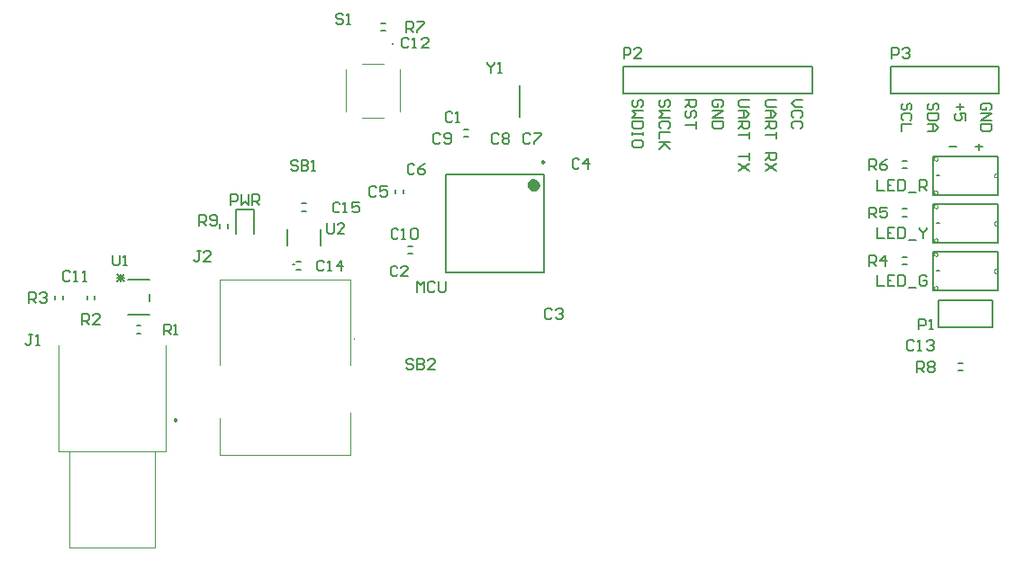
<source format=gto>
G04*
G04 #@! TF.GenerationSoftware,Altium Limited,Altium Designer,22.11.1 (43)*
G04*
G04 Layer_Color=65535*
%FSLAX25Y25*%
%MOIN*%
G70*
G04*
G04 #@! TF.SameCoordinates,20756010-ACC5-4C0E-8554-74307577B851*
G04*
G04*
G04 #@! TF.FilePolarity,Positive*
G04*
G01*
G75*
%ADD10C,0.01181*%
%ADD11C,0.00787*%
%ADD12C,0.00394*%
%ADD13C,0.00984*%
%ADD14C,0.02362*%
%ADD15C,0.00500*%
%ADD16C,0.00600*%
%ADD17C,0.00669*%
%ADD18C,0.00709*%
D10*
X76772Y13780D02*
Y13386D01*
Y13780D01*
D11*
X359173Y104527D02*
X358386D01*
X359173D01*
Y86811D02*
X358386D01*
X359173D01*
Y69095D02*
X358386D01*
X359173D01*
X120669Y71260D02*
X119882D01*
X120669D01*
X157087Y153543D02*
Y153150D01*
Y153543D01*
Y153150D01*
X162598Y75394D02*
X164173D01*
X162598Y78150D02*
X164173D01*
X95866Y84842D02*
Y86417D01*
X93110Y84842D02*
Y86417D01*
X62205Y45866D02*
X63779D01*
X62205Y48622D02*
X63779D01*
X46654Y58268D02*
Y59842D01*
X43898Y58268D02*
Y59842D01*
X32087Y58268D02*
Y59842D01*
X34843Y58268D02*
Y59842D01*
X160827Y97638D02*
Y99213D01*
X158071Y97638D02*
Y99213D01*
X366339Y32087D02*
X367913D01*
X366339Y34843D02*
X367913D01*
X379016Y48150D02*
Y58150D01*
X359016Y48150D02*
X379016D01*
X359016D02*
Y58150D01*
X379016D01*
X345669Y106890D02*
X347244D01*
X345669Y109646D02*
X347244D01*
X345669Y89173D02*
X347244D01*
X345669Y91929D02*
X347244D01*
X345669Y71457D02*
X347244D01*
X345669Y74213D02*
X347244D01*
X99114Y82677D02*
Y91732D01*
X105610D01*
Y82677D02*
Y91732D01*
X152756Y160827D02*
X154331D01*
X152756Y158071D02*
X154331D01*
X204134Y125984D02*
Y137795D01*
X381299Y134764D02*
Y144764D01*
X341299Y134764D02*
X381299D01*
X341299Y144764D02*
X381299D01*
X341299Y134764D02*
Y144764D01*
X242244Y134764D02*
X312244D01*
Y144764D01*
X242244D02*
X312244D01*
X242244Y134764D02*
Y144764D01*
X176772Y104724D02*
X212992D01*
X176772Y68504D02*
X212992D01*
Y104724D01*
X176772Y68504D02*
Y104724D01*
X123228Y91142D02*
X124803D01*
X123228Y93898D02*
X124803D01*
X121260Y69488D02*
X122835D01*
X121260Y72244D02*
X122835D01*
X183268Y118701D02*
X184843D01*
X183268Y121457D02*
X184843D01*
D12*
X358681Y98130D02*
X358137Y98879D01*
X357257Y98593D01*
Y97667D01*
X358137Y97381D01*
X358681Y98130D01*
Y110531D02*
X358137Y111280D01*
X357257Y110994D01*
Y110069D01*
X358137Y109783D01*
X358681Y110531D01*
X380925Y104331D02*
X380381Y105080D01*
X379501Y104794D01*
Y103868D01*
X380381Y103582D01*
X380925Y104331D01*
X358681Y80413D02*
X358137Y81162D01*
X357257Y80876D01*
Y79951D01*
X358137Y79664D01*
X358681Y80413D01*
Y92815D02*
X358137Y93564D01*
X357257Y93278D01*
Y92352D01*
X358137Y92066D01*
X358681Y92815D01*
X380925Y86614D02*
X380381Y87363D01*
X379501Y87077D01*
Y86151D01*
X380381Y85865D01*
X380925Y86614D01*
X358681Y62697D02*
X358137Y63446D01*
X357257Y63160D01*
Y62234D01*
X358137Y61948D01*
X358681Y62697D01*
Y75098D02*
X358137Y75847D01*
X357257Y75561D01*
Y74636D01*
X358137Y74350D01*
X358681Y75098D01*
X380925Y68898D02*
X380381Y69647D01*
X379501Y69361D01*
Y68435D01*
X380381Y68149D01*
X380925Y68898D01*
X142717Y43661D02*
Y44055D01*
Y43661D01*
X33465Y1969D02*
Y41339D01*
Y1969D02*
X72835D01*
Y41339D01*
X37402Y-33465D02*
Y1969D01*
Y-33465D02*
X68898D01*
Y1969D01*
X93110Y748D02*
Y14527D01*
Y748D02*
X141142D01*
Y16496D01*
X93110Y34213D02*
Y65709D01*
X141142D01*
Y34213D02*
Y65709D01*
X145669Y145866D02*
X153543D01*
X145669Y125787D02*
X153543D01*
X159646Y127953D02*
Y143701D01*
X139567Y127953D02*
Y143701D01*
D13*
X212894Y109449D02*
X212156Y109875D01*
Y109023D01*
X212894Y109449D01*
D14*
X210236Y100787D02*
X209791Y101711D01*
X208792Y101939D01*
X207991Y101300D01*
Y100275D01*
X208792Y99636D01*
X209791Y99864D01*
X210236Y100787D01*
D15*
X381122Y97146D02*
Y111516D01*
X356909D02*
X381122D01*
X356909Y97146D02*
Y111516D01*
Y97146D02*
X381122D01*
Y79429D02*
Y93799D01*
X356909D02*
X381122D01*
X356909Y79429D02*
Y93799D01*
Y79429D02*
X381122D01*
Y61713D02*
Y76083D01*
X356909D02*
X381122D01*
X356909Y61713D02*
Y76083D01*
Y61713D02*
X381122D01*
X130157Y78327D02*
Y84232D01*
X117874Y78327D02*
Y84232D01*
D16*
X59042Y52555D02*
X66942D01*
Y57625D02*
Y60485D01*
X59042Y65555D02*
X66942D01*
D17*
X159122Y83989D02*
X158466Y84645D01*
X157154D01*
X156498Y83989D01*
Y81365D01*
X157154Y80709D01*
X158466D01*
X159122Y81365D01*
X160433Y80709D02*
X161745D01*
X161089D01*
Y84645D01*
X160433Y83989D01*
X163713D02*
X164369Y84645D01*
X165681D01*
X166337Y83989D01*
Y81365D01*
X165681Y80709D01*
X164369D01*
X163713Y81365D01*
Y83989D01*
X215880Y54461D02*
X215224Y55117D01*
X213912D01*
X213256Y54461D01*
Y51838D01*
X213912Y51182D01*
X215224D01*
X215880Y51838D01*
X217191Y54461D02*
X217847Y55117D01*
X219159D01*
X219815Y54461D01*
Y53806D01*
X219159Y53150D01*
X218503D01*
X219159D01*
X219815Y52494D01*
Y51838D01*
X219159Y51182D01*
X217847D01*
X217191Y51838D01*
X164699Y35761D02*
X164043Y36417D01*
X162731D01*
X162075Y35761D01*
Y35105D01*
X162731Y34449D01*
X164043D01*
X164699Y33793D01*
Y33137D01*
X164043Y32481D01*
X162731D01*
X162075Y33137D01*
X166011Y36417D02*
Y32481D01*
X167979D01*
X168635Y33137D01*
Y33793D01*
X167979Y34449D01*
X166011D01*
X167979D01*
X168635Y35105D01*
Y35761D01*
X167979Y36417D01*
X166011D01*
X172571Y32481D02*
X169947D01*
X172571Y35105D01*
Y35761D01*
X171915Y36417D01*
X170603D01*
X169947Y35761D01*
X85303Y85631D02*
Y89566D01*
X87271D01*
X87927Y88910D01*
Y87598D01*
X87271Y86942D01*
X85303D01*
X86615D02*
X87927Y85631D01*
X89239Y86286D02*
X89895Y85631D01*
X91207D01*
X91862Y86286D01*
Y88910D01*
X91207Y89566D01*
X89895D01*
X89239Y88910D01*
Y88254D01*
X89895Y87598D01*
X91862D01*
X72179Y45276D02*
Y49212D01*
X74147D01*
X74803Y48556D01*
Y47244D01*
X74147Y46588D01*
X72179D01*
X73491D02*
X74803Y45276D01*
X76115D02*
X77427D01*
X76771D01*
Y49212D01*
X76115Y48556D01*
X23622Y45275D02*
X22310D01*
X22966D01*
Y41995D01*
X22310Y41339D01*
X21654D01*
X20998Y41995D01*
X24934Y41339D02*
X26246D01*
X25590D01*
Y45275D01*
X24934Y44619D01*
X41996Y49213D02*
Y53149D01*
X43964D01*
X44620Y52493D01*
Y51181D01*
X43964Y50525D01*
X41996D01*
X43308D02*
X44620Y49213D01*
X48555D02*
X45932D01*
X48555Y51837D01*
Y52493D01*
X47899Y53149D01*
X46587D01*
X45932Y52493D01*
X37730Y68241D02*
X37074Y68897D01*
X35762D01*
X35106Y68241D01*
Y65617D01*
X35762Y64961D01*
X37074D01*
X37730Y65617D01*
X39042Y64961D02*
X40354D01*
X39698D01*
Y68897D01*
X39042Y68241D01*
X42322Y64961D02*
X43634D01*
X42978D01*
Y68897D01*
X42322Y68241D01*
X22311Y57087D02*
Y61023D01*
X24279D01*
X24935Y60367D01*
Y59055D01*
X24279Y58399D01*
X22311D01*
X23623D02*
X24935Y57087D01*
X26247Y60367D02*
X26902Y61023D01*
X28214D01*
X28870Y60367D01*
Y59711D01*
X28214Y59055D01*
X27558D01*
X28214D01*
X28870Y58399D01*
Y57743D01*
X28214Y57087D01*
X26902D01*
X26247Y57743D01*
X163058Y154855D02*
X162402Y155511D01*
X161091D01*
X160435Y154855D01*
Y152231D01*
X161091Y151575D01*
X162402D01*
X163058Y152231D01*
X164370Y151575D02*
X165682D01*
X165026D01*
Y155511D01*
X164370Y154855D01*
X170274Y151575D02*
X167650D01*
X170274Y154199D01*
Y154855D01*
X169618Y155511D01*
X168306D01*
X167650Y154855D01*
X150919Y99737D02*
X150263Y100393D01*
X148951D01*
X148295Y99737D01*
Y97113D01*
X148951Y96457D01*
X150263D01*
X150919Y97113D01*
X154855Y100393D02*
X152231D01*
Y98425D01*
X153543Y99081D01*
X154199D01*
X154855Y98425D01*
Y97113D01*
X154199Y96457D01*
X152887D01*
X152231Y97113D01*
X351051Y31497D02*
Y35432D01*
X353019D01*
X353675Y34776D01*
Y33465D01*
X353019Y32809D01*
X351051D01*
X352363D02*
X353675Y31497D01*
X354987Y34776D02*
X355643Y35432D01*
X356955D01*
X357611Y34776D01*
Y34121D01*
X356955Y33465D01*
X357611Y32809D01*
Y32153D01*
X356955Y31497D01*
X355643D01*
X354987Y32153D01*
Y32809D01*
X355643Y33465D01*
X354987Y34121D01*
Y34776D01*
X355643Y33465D02*
X356955D01*
X350066Y42650D02*
X349410Y43306D01*
X348098D01*
X347443Y42650D01*
Y40027D01*
X348098Y39371D01*
X349410D01*
X350066Y40027D01*
X351378Y39371D02*
X352690D01*
X352034D01*
Y43306D01*
X351378Y42650D01*
X354658D02*
X355314Y43306D01*
X356626D01*
X357282Y42650D01*
Y41995D01*
X356626Y41339D01*
X355970D01*
X356626D01*
X357282Y40683D01*
Y40027D01*
X356626Y39371D01*
X355314D01*
X354658Y40027D01*
X351707Y47245D02*
Y51180D01*
X353675D01*
X354331Y50524D01*
Y49213D01*
X353675Y48557D01*
X351707D01*
X355643Y47245D02*
X356955D01*
X356299D01*
Y51180D01*
X355643Y50524D01*
X333334Y106300D02*
Y110236D01*
X335302D01*
X335958Y109580D01*
Y108268D01*
X335302Y107612D01*
X333334D01*
X334646D02*
X335958Y106300D01*
X339894Y110236D02*
X338582Y109580D01*
X337270Y108268D01*
Y106956D01*
X337926Y106300D01*
X339238D01*
X339894Y106956D01*
Y107612D01*
X339238Y108268D01*
X337270D01*
X336210Y102690D02*
Y98754D01*
X338834D01*
X342770Y102690D02*
X340146D01*
Y98754D01*
X342770D01*
X340146Y100722D02*
X341458D01*
X344082Y102690D02*
Y98754D01*
X346050D01*
X346706Y99410D01*
Y102034D01*
X346050Y102690D01*
X344082D01*
X348018Y98098D02*
X350641D01*
X351953Y98754D02*
Y102690D01*
X353921D01*
X354577Y102034D01*
Y100722D01*
X353921Y100066D01*
X351953D01*
X353265D02*
X354577Y98754D01*
X333334Y88583D02*
Y92519D01*
X335302D01*
X335958Y91863D01*
Y90551D01*
X335302Y89895D01*
X333334D01*
X334646D02*
X335958Y88583D01*
X339894Y92519D02*
X337270D01*
Y90551D01*
X338582Y91207D01*
X339238D01*
X339894Y90551D01*
Y89239D01*
X339238Y88583D01*
X337926D01*
X337270Y89239D01*
X336210Y84973D02*
Y81037D01*
X338834D01*
X342770Y84973D02*
X340146D01*
Y81037D01*
X342770D01*
X340146Y83005D02*
X341458D01*
X344082Y84973D02*
Y81037D01*
X346050D01*
X346706Y81693D01*
Y84317D01*
X346050Y84973D01*
X344082D01*
X348018Y80381D02*
X350641D01*
X351953Y84973D02*
Y84317D01*
X353265Y83005D01*
X354577Y84317D01*
Y84973D01*
X353265Y83005D02*
Y81037D01*
X333334Y70867D02*
Y74803D01*
X335302D01*
X335958Y74147D01*
Y72835D01*
X335302Y72179D01*
X333334D01*
X334646D02*
X335958Y70867D01*
X339238D02*
Y74803D01*
X337270Y72835D01*
X339894D01*
X336210Y67256D02*
Y63321D01*
X338834D01*
X342770Y67256D02*
X340146D01*
Y63321D01*
X342770D01*
X340146Y65289D02*
X341458D01*
X344082Y67256D02*
Y63321D01*
X346050D01*
X346706Y63977D01*
Y66601D01*
X346050Y67256D01*
X344082D01*
X348018Y62665D02*
X350641D01*
X354577Y66601D02*
X353921Y67256D01*
X352609D01*
X351953Y66601D01*
Y63977D01*
X352609Y63321D01*
X353921D01*
X354577Y63977D01*
Y65289D01*
X353265D01*
X97114Y93505D02*
Y97440D01*
X99082D01*
X99738Y96784D01*
Y95473D01*
X99082Y94816D01*
X97114D01*
X101050Y97440D02*
Y93505D01*
X102362Y94816D01*
X103674Y93505D01*
Y97440D01*
X104986Y93505D02*
Y97440D01*
X106954D01*
X107610Y96784D01*
Y95473D01*
X106954Y94816D01*
X104986D01*
X106298D02*
X107610Y93505D01*
X132547Y86614D02*
Y83334D01*
X133203Y82678D01*
X134515D01*
X135171Y83334D01*
Y86614D01*
X139107Y82678D02*
X136483D01*
X139107Y85302D01*
Y85958D01*
X138451Y86614D01*
X137139D01*
X136483Y85958D01*
X121824Y109480D02*
X121168Y110136D01*
X119856D01*
X119200Y109480D01*
Y108824D01*
X119856Y108168D01*
X121168D01*
X121824Y107512D01*
Y106856D01*
X121168Y106200D01*
X119856D01*
X119200Y106856D01*
X123136Y110136D02*
Y106200D01*
X125104D01*
X125760Y106856D01*
Y107512D01*
X125104Y108168D01*
X123136D01*
X125104D01*
X125760Y108824D01*
Y109480D01*
X125104Y110136D01*
X123136D01*
X127071Y106200D02*
X128383D01*
X127727D01*
Y110136D01*
X127071Y109480D01*
X162074Y157481D02*
Y161417D01*
X164042D01*
X164698Y160761D01*
Y159449D01*
X164042Y158793D01*
X162074D01*
X163386D02*
X164698Y157481D01*
X166010Y161417D02*
X168634D01*
Y160761D01*
X166010Y158137D01*
Y157481D01*
X85814Y76436D02*
X84503D01*
X85158D01*
Y73156D01*
X84503Y72500D01*
X83846D01*
X83191Y73156D01*
X89750Y72500D02*
X87126D01*
X89750Y75124D01*
Y75780D01*
X89094Y76436D01*
X87782D01*
X87126Y75780D01*
X191991Y146236D02*
Y145580D01*
X193303Y144268D01*
X194614Y145580D01*
Y146236D01*
X193303Y144268D02*
Y142300D01*
X195926D02*
X197238D01*
X196582D01*
Y146236D01*
X195926Y145580D01*
X53300Y74836D02*
Y71556D01*
X53956Y70900D01*
X55268D01*
X55924Y71556D01*
Y74836D01*
X57236Y70900D02*
X58548D01*
X57892D01*
Y74836D01*
X57236Y74180D01*
X54967Y67575D02*
X57591Y64951D01*
X54967D02*
X57591Y67575D01*
X54967Y66263D02*
X57591D01*
X56279Y64951D02*
Y67575D01*
X138724Y163580D02*
X138068Y164236D01*
X136756D01*
X136100Y163580D01*
Y162924D01*
X136756Y162268D01*
X138068D01*
X138724Y161612D01*
Y160956D01*
X138068Y160300D01*
X136756D01*
X136100Y160956D01*
X140036Y160300D02*
X141348D01*
X140692D01*
Y164236D01*
X140036Y163580D01*
X341600Y147800D02*
Y151736D01*
X343568D01*
X344224Y151080D01*
Y149768D01*
X343568Y149112D01*
X341600D01*
X345536Y151080D02*
X346192Y151736D01*
X347504D01*
X348160Y151080D01*
Y150424D01*
X347504Y149768D01*
X346848D01*
X347504D01*
X348160Y149112D01*
Y148456D01*
X347504Y147800D01*
X346192D01*
X345536Y148456D01*
X242500Y147820D02*
Y151756D01*
X244468D01*
X245124Y151100D01*
Y149788D01*
X244468Y149132D01*
X242500D01*
X249060Y147820D02*
X246436D01*
X249060Y150444D01*
Y151100D01*
X248404Y151756D01*
X247092D01*
X246436Y151100D01*
X166012Y61024D02*
Y64960D01*
X167324Y63648D01*
X168636Y64960D01*
Y61024D01*
X172572Y64304D02*
X171916Y64960D01*
X170604D01*
X169948Y64304D01*
Y61680D01*
X170604Y61024D01*
X171916D01*
X172572Y61680D01*
X173884Y64960D02*
Y61680D01*
X174540Y61024D01*
X175852D01*
X176507Y61680D01*
Y64960D01*
X137468Y93832D02*
X136812Y94488D01*
X135500D01*
X134844Y93832D01*
Y91208D01*
X135500Y90552D01*
X136812D01*
X137468Y91208D01*
X138780Y90552D02*
X140092D01*
X139436D01*
Y94488D01*
X138780Y93832D01*
X144683Y94488D02*
X142060D01*
Y92520D01*
X143371Y93176D01*
X144027D01*
X144683Y92520D01*
Y91208D01*
X144027Y90552D01*
X142716D01*
X142060Y91208D01*
X131562Y72178D02*
X130906Y72834D01*
X129595D01*
X128939Y72178D01*
Y69554D01*
X129595Y68898D01*
X130906D01*
X131562Y69554D01*
X132874Y68898D02*
X134186D01*
X133530D01*
Y72834D01*
X132874Y72178D01*
X138122Y68898D02*
Y72834D01*
X136154Y70866D01*
X138778D01*
X174541Y119422D02*
X173885Y120078D01*
X172573D01*
X171917Y119422D01*
Y116798D01*
X172573Y116142D01*
X173885D01*
X174541Y116798D01*
X175853D02*
X176509Y116142D01*
X177821D01*
X178477Y116798D01*
Y119422D01*
X177821Y120078D01*
X176509D01*
X175853Y119422D01*
Y118766D01*
X176509Y118110D01*
X178477D01*
X196194Y119422D02*
X195538Y120078D01*
X194227D01*
X193571Y119422D01*
Y116798D01*
X194227Y116142D01*
X195538D01*
X196194Y116798D01*
X197506Y119422D02*
X198162Y120078D01*
X199474D01*
X200130Y119422D01*
Y118766D01*
X199474Y118110D01*
X200130Y117454D01*
Y116798D01*
X199474Y116142D01*
X198162D01*
X197506Y116798D01*
Y117454D01*
X198162Y118110D01*
X197506Y118766D01*
Y119422D01*
X198162Y118110D02*
X199474D01*
X208005Y119422D02*
X207349Y120078D01*
X206038D01*
X205382Y119422D01*
Y116798D01*
X206038Y116142D01*
X207349D01*
X208005Y116798D01*
X209317Y120078D02*
X211941D01*
Y119422D01*
X209317Y116798D01*
Y116142D01*
X165114Y108080D02*
X164458Y108736D01*
X163146D01*
X162491Y108080D01*
Y105456D01*
X163146Y104800D01*
X164458D01*
X165114Y105456D01*
X169050Y108736D02*
X167738Y108080D01*
X166426Y106768D01*
Y105456D01*
X167082Y104800D01*
X168394D01*
X169050Y105456D01*
Y106112D01*
X168394Y106768D01*
X166426D01*
X226114Y110080D02*
X225458Y110736D01*
X224147D01*
X223491Y110080D01*
Y107456D01*
X224147Y106800D01*
X225458D01*
X226114Y107456D01*
X229394Y106800D02*
Y110736D01*
X227426Y108768D01*
X230050D01*
X158793Y70210D02*
X158137Y70865D01*
X156825D01*
X156169Y70210D01*
Y67586D01*
X156825Y66930D01*
X158137D01*
X158793Y67586D01*
X162729Y66930D02*
X160105D01*
X162729Y69554D01*
Y70210D01*
X162073Y70865D01*
X160761D01*
X160105Y70210D01*
X179134Y127296D02*
X178478Y127952D01*
X177166D01*
X176510Y127296D01*
Y124672D01*
X177166Y124016D01*
X178478D01*
X179134Y124672D01*
X180446Y124016D02*
X181758D01*
X181102D01*
Y127952D01*
X180446Y127296D01*
D18*
X249002Y129712D02*
X249658Y130368D01*
Y131679D01*
X249002Y132335D01*
X248346D01*
X247690Y131679D01*
Y130368D01*
X247034Y129712D01*
X246378D01*
X245723Y130368D01*
Y131679D01*
X246378Y132335D01*
X249658Y128400D02*
X245723D01*
X247034Y127088D01*
X245723Y125776D01*
X249658D01*
Y124464D02*
X245723D01*
Y122496D01*
X246378Y121840D01*
X249002D01*
X249658Y122496D01*
Y124464D01*
Y120528D02*
Y119216D01*
Y119872D01*
X245723D01*
Y120528D01*
Y119216D01*
X249658Y115281D02*
Y116593D01*
X249002Y117248D01*
X246378D01*
X245723Y116593D01*
Y115281D01*
X246378Y114625D01*
X249002D01*
X249658Y115281D01*
X258845Y129712D02*
X259501Y130368D01*
Y131679D01*
X258845Y132335D01*
X258189D01*
X257533Y131679D01*
Y130368D01*
X256877Y129712D01*
X256221D01*
X255565Y130368D01*
Y131679D01*
X256221Y132335D01*
X259501Y128400D02*
X255565D01*
X256877Y127088D01*
X255565Y125776D01*
X259501D01*
X258845Y121840D02*
X259501Y122496D01*
Y123808D01*
X258845Y124464D01*
X256221D01*
X255565Y123808D01*
Y122496D01*
X256221Y121840D01*
X259501Y120528D02*
X255565D01*
Y117904D01*
X259501Y116593D02*
X255565D01*
X256877D01*
X259501Y113969D01*
X257533Y115937D01*
X255565Y113969D01*
X265407Y132335D02*
X269343D01*
Y130368D01*
X268687Y129712D01*
X267375D01*
X266719Y130368D01*
Y132335D01*
Y131024D02*
X265407Y129712D01*
X268687Y125776D02*
X269343Y126432D01*
Y127744D01*
X268687Y128400D01*
X268031D01*
X267375Y127744D01*
Y126432D01*
X266719Y125776D01*
X266063D01*
X265407Y126432D01*
Y127744D01*
X266063Y128400D01*
X269343Y124464D02*
Y121840D01*
Y123152D01*
X265407D01*
X278530Y129712D02*
X279186Y130368D01*
Y131679D01*
X278530Y132335D01*
X275906D01*
X275250Y131679D01*
Y130368D01*
X275906Y129712D01*
X277218D01*
Y131024D01*
X275250Y128400D02*
X279186D01*
X275250Y125776D01*
X279186D01*
Y124464D02*
X275250D01*
Y122496D01*
X275906Y121840D01*
X278530D01*
X279186Y122496D01*
Y124464D01*
X289028Y132335D02*
X285749D01*
X285092Y131679D01*
Y130368D01*
X285749Y129712D01*
X289028D01*
X285092Y128400D02*
X287716D01*
X289028Y127088D01*
X287716Y125776D01*
X285092D01*
X287060D01*
Y128400D01*
X285092Y124464D02*
X289028D01*
Y122496D01*
X288372Y121840D01*
X287060D01*
X286404Y122496D01*
Y124464D01*
Y123152D02*
X285092Y121840D01*
X289028Y120528D02*
Y117904D01*
Y119216D01*
X285092D01*
X289028Y112657D02*
Y110033D01*
Y111345D01*
X285092D01*
X289028Y108721D02*
X285092Y106097D01*
X289028D02*
X285092Y108721D01*
X298871Y132335D02*
X295591D01*
X294935Y131679D01*
Y130368D01*
X295591Y129712D01*
X298871D01*
X294935Y128400D02*
X297559D01*
X298871Y127088D01*
X297559Y125776D01*
X294935D01*
X296903D01*
Y128400D01*
X294935Y124464D02*
X298871D01*
Y122496D01*
X298215Y121840D01*
X296903D01*
X296247Y122496D01*
Y124464D01*
Y123152D02*
X294935Y121840D01*
X298871Y120528D02*
Y117904D01*
Y119216D01*
X294935D01*
Y112657D02*
X298871D01*
Y110689D01*
X298215Y110033D01*
X296903D01*
X296247Y110689D01*
Y112657D01*
Y111345D02*
X294935Y110033D01*
X298871Y108721D02*
X294935Y106097D01*
X298871D02*
X294935Y108721D01*
X308713Y132335D02*
X306089D01*
X304778Y131024D01*
X306089Y129712D01*
X308713D01*
X308057Y125776D02*
X308713Y126432D01*
Y127744D01*
X308057Y128400D01*
X305434D01*
X304778Y127744D01*
Y126432D01*
X305434Y125776D01*
X308057Y121840D02*
X308713Y122496D01*
Y123808D01*
X308057Y124464D01*
X305434D01*
X304778Y123808D01*
Y122496D01*
X305434Y121840D01*
X372756Y114882D02*
X375380D01*
X374068Y116194D02*
Y113570D01*
X362913Y114882D02*
X365537D01*
X348477Y128557D02*
X349133Y129213D01*
Y130525D01*
X348477Y131181D01*
X347821D01*
X347165Y130525D01*
Y129213D01*
X346509Y128557D01*
X345853D01*
X345197Y129213D01*
Y130525D01*
X345853Y131181D01*
X348477Y124621D02*
X349133Y125277D01*
Y126589D01*
X348477Y127245D01*
X345853D01*
X345197Y126589D01*
Y125277D01*
X345853Y124621D01*
X349133Y123310D02*
X345197D01*
Y120686D01*
X358319Y128557D02*
X358975Y129213D01*
Y130525D01*
X358319Y131181D01*
X357663D01*
X357007Y130525D01*
Y129213D01*
X356351Y128557D01*
X355695D01*
X355039Y129213D01*
Y130525D01*
X355695Y131181D01*
X358975Y127245D02*
X355039D01*
Y125277D01*
X355695Y124621D01*
X358319D01*
X358975Y125277D01*
Y127245D01*
X355039Y123310D02*
X357663D01*
X358975Y121998D01*
X357663Y120686D01*
X355039D01*
X357007D01*
Y123310D01*
X366850Y131181D02*
Y128557D01*
X368162Y129869D02*
X365538D01*
X368818Y124621D02*
Y127245D01*
X366850D01*
X367506Y125933D01*
Y125277D01*
X366850Y124621D01*
X365538D01*
X364882Y125277D01*
Y126589D01*
X365538Y127245D01*
X378004Y128557D02*
X378660Y129213D01*
Y130525D01*
X378004Y131181D01*
X375380D01*
X374724Y130525D01*
Y129213D01*
X375380Y128557D01*
X376692D01*
Y129869D01*
X374724Y127245D02*
X378660D01*
X374724Y124621D01*
X378660D01*
Y123310D02*
X374724D01*
Y121342D01*
X375380Y120686D01*
X378004D01*
X378660Y121342D01*
Y123310D01*
M02*

</source>
